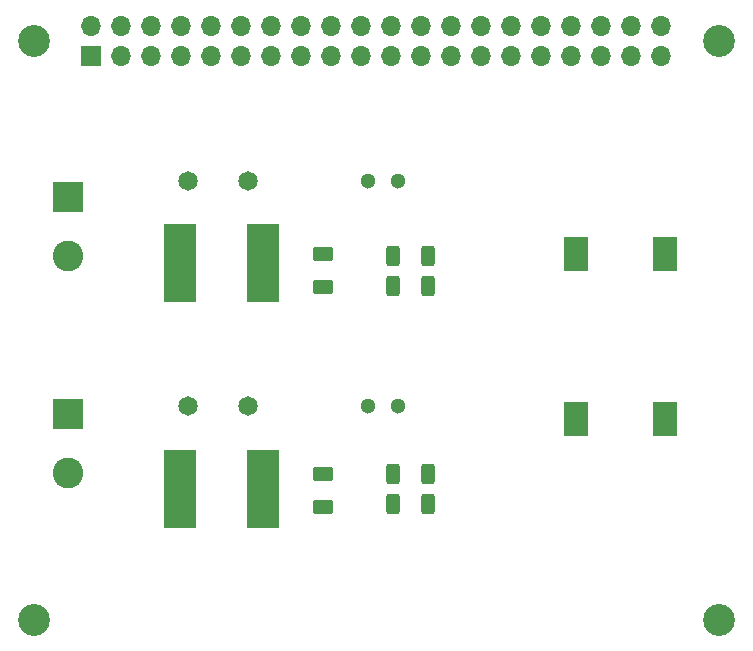
<source format=gts>
G04 #@! TF.GenerationSoftware,KiCad,Pcbnew,7.0.1-0*
G04 #@! TF.CreationDate,2023-12-28T22:42:41+01:00*
G04 #@! TF.ProjectId,SSR-Shiled-v1,5353522d-5368-4696-9c65-642d76312e6b,rev?*
G04 #@! TF.SameCoordinates,Original*
G04 #@! TF.FileFunction,Soldermask,Top*
G04 #@! TF.FilePolarity,Negative*
%FSLAX46Y46*%
G04 Gerber Fmt 4.6, Leading zero omitted, Abs format (unit mm)*
G04 Created by KiCad (PCBNEW 7.0.1-0) date 2023-12-28 22:42:41*
%MOMM*%
%LPD*%
G01*
G04 APERTURE LIST*
G04 Aperture macros list*
%AMRoundRect*
0 Rectangle with rounded corners*
0 $1 Rounding radius*
0 $2 $3 $4 $5 $6 $7 $8 $9 X,Y pos of 4 corners*
0 Add a 4 corners polygon primitive as box body*
4,1,4,$2,$3,$4,$5,$6,$7,$8,$9,$2,$3,0*
0 Add four circle primitives for the rounded corners*
1,1,$1+$1,$2,$3*
1,1,$1+$1,$4,$5*
1,1,$1+$1,$6,$7*
1,1,$1+$1,$8,$9*
0 Add four rect primitives between the rounded corners*
20,1,$1+$1,$2,$3,$4,$5,0*
20,1,$1+$1,$4,$5,$6,$7,0*
20,1,$1+$1,$6,$7,$8,$9,0*
20,1,$1+$1,$8,$9,$2,$3,0*%
G04 Aperture macros list end*
%ADD10R,2.000000X3.000000*%
%ADD11R,1.700000X1.700000*%
%ADD12O,1.700000X1.700000*%
%ADD13R,2.730000X6.710000*%
%ADD14R,2.600000X2.600000*%
%ADD15C,2.600000*%
%ADD16RoundRect,0.250000X-0.312500X-0.625000X0.312500X-0.625000X0.312500X0.625000X-0.312500X0.625000X0*%
%ADD17RoundRect,0.250000X0.312500X0.625000X-0.312500X0.625000X-0.312500X-0.625000X0.312500X-0.625000X0*%
%ADD18C,1.300000*%
%ADD19C,1.650000*%
%ADD20RoundRect,0.250000X-0.625000X0.375000X-0.625000X-0.375000X0.625000X-0.375000X0.625000X0.375000X0*%
%ADD21C,2.700000*%
G04 APERTURE END LIST*
D10*
X149400000Y-65550000D03*
X149400000Y-79550000D03*
X156900000Y-79550000D03*
X156900000Y-65550000D03*
D11*
X108370000Y-48770000D03*
D12*
X108370000Y-46230000D03*
X110910000Y-48770000D03*
X110910000Y-46230000D03*
X113450000Y-48770000D03*
X113450000Y-46230000D03*
X115990000Y-48770000D03*
X115990000Y-46230000D03*
X118530000Y-48770000D03*
X118530000Y-46230000D03*
X121070000Y-48770000D03*
X121070000Y-46230000D03*
X123610000Y-48770000D03*
X123610000Y-46230000D03*
X126150000Y-48770000D03*
X126150000Y-46230000D03*
X128690000Y-48770000D03*
X128690000Y-46230000D03*
X131230000Y-48770000D03*
X131230000Y-46230000D03*
X133770000Y-48770000D03*
X133770000Y-46230000D03*
X136310000Y-48770000D03*
X136310000Y-46230000D03*
X138850000Y-48770000D03*
X138850000Y-46230000D03*
X141390000Y-48770000D03*
X141390000Y-46230000D03*
X143930000Y-48770000D03*
X143930000Y-46230000D03*
X146470000Y-48770000D03*
X146470000Y-46230000D03*
X149010000Y-48770000D03*
X149010000Y-46230000D03*
X151550000Y-48770000D03*
X151550000Y-46230000D03*
X154090000Y-48770000D03*
X154090000Y-46230000D03*
X156630000Y-48770000D03*
X156630000Y-46230000D03*
D13*
X122860000Y-85442500D03*
X115880000Y-85442500D03*
X122860000Y-66340000D03*
X115880000Y-66340000D03*
D14*
X106350000Y-79092500D03*
D15*
X106350000Y-84092500D03*
D14*
X106350000Y-60710000D03*
D15*
X106350000Y-65710000D03*
D16*
X136830000Y-68250000D03*
X133905000Y-68250000D03*
X136830000Y-86712500D03*
X133905000Y-86712500D03*
D17*
X133905000Y-84172500D03*
X136830000Y-84172500D03*
X133905000Y-65710000D03*
X136830000Y-65710000D03*
D18*
X134290000Y-78410000D03*
X131750000Y-78410000D03*
D19*
X121590000Y-78410000D03*
X116510000Y-78410000D03*
D20*
X127940000Y-84172500D03*
X127940000Y-86972500D03*
X127940000Y-65580000D03*
X127940000Y-68380000D03*
D18*
X134290000Y-59360000D03*
X131750000Y-59360000D03*
D19*
X121590000Y-59360000D03*
X116510000Y-59360000D03*
D21*
X161500000Y-47500000D03*
X103500000Y-96500000D03*
X103500000Y-47500000D03*
X161500000Y-96500000D03*
M02*

</source>
